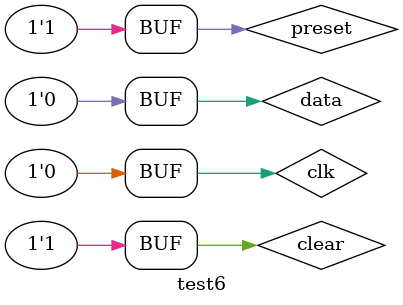
<source format=v>
`timescale 1ns/1ns
module test6 ();
    reg clk = 0;
    reg data = 0;
    reg preset = 1;
    reg clear = 0;
    wire q,qb;
    DFF2 cut(preset,clear,clk,data,q,qb);
    initial begin
        #200 clear = 1;
        #200;
    end
endmodule
</source>
